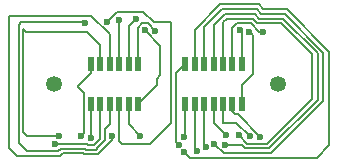
<source format=gbr>
%TF.GenerationSoftware,KiCad,Pcbnew,8.0.2-1*%
%TF.CreationDate,2024-06-17T16:24:44-04:00*%
%TF.ProjectId,InverterBoard,496e7665-7274-4657-9242-6f6172642e6b,rev?*%
%TF.SameCoordinates,Original*%
%TF.FileFunction,Copper,L1,Top*%
%TF.FilePolarity,Positive*%
%FSLAX46Y46*%
G04 Gerber Fmt 4.6, Leading zero omitted, Abs format (unit mm)*
G04 Created by KiCad (PCBNEW 8.0.2-1) date 2024-06-17 16:24:44*
%MOMM*%
%LPD*%
G01*
G04 APERTURE LIST*
%TA.AperFunction,SMDPad,CuDef*%
%ADD10R,0.500000X1.200000*%
%TD*%
%TA.AperFunction,ComponentPad*%
%ADD11C,1.348000*%
%TD*%
%TA.AperFunction,ViaPad*%
%ADD12C,0.600000*%
%TD*%
%TA.AperFunction,Conductor*%
%ADD13C,0.200000*%
%TD*%
G04 APERTURE END LIST*
D10*
%TO.P,REF\u002A\u002A1,01*%
%TO.N,net1*%
X123600000Y-71700000D03*
%TO.P,REF\u002A\u002A1,02*%
%TO.N,net2*%
X123600000Y-68300000D03*
%TO.P,REF\u002A\u002A1,03*%
%TO.N,net3*%
X124400000Y-71700000D03*
%TO.P,REF\u002A\u002A1,04*%
%TO.N,net4*%
X124400000Y-68300000D03*
%TO.P,REF\u002A\u002A1,05*%
%TO.N,net5*%
X125200000Y-71700000D03*
%TO.P,REF\u002A\u002A1,06*%
%TO.N,net6*%
X125200000Y-68300000D03*
%TO.P,REF\u002A\u002A1,07*%
%TO.N,net7*%
X126000000Y-71700000D03*
%TO.P,REF\u002A\u002A1,08*%
%TO.N,net8*%
X126000000Y-68300000D03*
%TO.P,REF\u002A\u002A1,09*%
%TO.N,net9*%
X126800000Y-71700000D03*
%TO.P,REF\u002A\u002A1,10*%
%TO.N,net10*%
X126800000Y-68300000D03*
%TO.P,REF\u002A\u002A1,11*%
%TO.N,net11*%
X127600000Y-71700000D03*
%TO.P,REF\u002A\u002A1,12*%
%TO.N,net12*%
X127600000Y-68300000D03*
%TO.P,REF\u002A\u002A1,13*%
%TO.N,net13*%
X131600000Y-71700000D03*
%TO.P,REF\u002A\u002A1,14*%
%TO.N,net14*%
X131600000Y-68300000D03*
%TO.P,REF\u002A\u002A1,15*%
%TO.N,net15*%
X132400000Y-71700000D03*
%TO.P,REF\u002A\u002A1,16*%
%TO.N,net16*%
X132400000Y-68300000D03*
%TO.P,REF\u002A\u002A1,17*%
%TO.N,net17*%
X133200000Y-71700000D03*
%TO.P,REF\u002A\u002A1,18*%
%TO.N,net18*%
X133200000Y-68300000D03*
%TO.P,REF\u002A\u002A1,19*%
%TO.N,net19*%
X134000000Y-71700000D03*
%TO.P,REF\u002A\u002A1,20*%
%TO.N,net20*%
X134000000Y-68300000D03*
%TO.P,REF\u002A\u002A1,21*%
%TO.N,net21*%
X134800000Y-71700000D03*
%TO.P,REF\u002A\u002A1,22*%
%TO.N,net22*%
X134800000Y-68300000D03*
%TO.P,REF\u002A\u002A1,23*%
%TO.N,net23*%
X135600000Y-71700000D03*
%TO.P,REF\u002A\u002A1,24*%
%TO.N,net24*%
X135600000Y-68300000D03*
%TO.P,REF\u002A\u002A1,25*%
%TO.N,net25*%
X136400000Y-71700000D03*
%TO.P,REF\u002A\u002A1,26*%
%TO.N,net26*%
X136400000Y-68300000D03*
D11*
%TO.P,REF\u002A\u002A1,S1*%
%TO.N,N/C*%
X120505000Y-70000000D03*
%TO.P,REF\u002A\u002A1,S2*%
X139495000Y-70000000D03*
%TD*%
D12*
%TO.N,net1*%
X123600000Y-74600000D03*
%TO.N,net2*%
X122800000Y-74400000D03*
%TO.N,net4*%
X120900000Y-74400000D03*
%TO.N,net6*%
X125400000Y-74400000D03*
%TO.N,net8*%
X126000000Y-64600000D03*
%TO.N,net10*%
X127400000Y-64500000D03*
%TO.N,net12*%
X129072469Y-65523940D03*
%TO.N,net3*%
X120584864Y-75135318D03*
%TO.N,net5*%
X123124265Y-64875735D03*
%TO.N,net7*%
X125007107Y-64792893D03*
%TO.N,net11*%
X128200000Y-65500000D03*
%TO.N,net9*%
X127800000Y-74400000D03*
%TO.N,net13*%
X131500000Y-74500000D03*
%TO.N,net15*%
X132575949Y-75686795D03*
%TO.N,net17*%
X133325463Y-75407101D03*
%TO.N,net19*%
X135025735Y-74374265D03*
%TO.N,net21*%
X137084758Y-74469597D03*
%TO.N,net23*%
X137953590Y-74489899D03*
%TO.N,net25*%
X137000000Y-65600000D03*
%TO.N,net14*%
X131050000Y-75161437D03*
%TO.N,net16*%
X131525216Y-75805000D03*
%TO.N,net18*%
X134070760Y-75116349D03*
%TO.N,net20*%
X134985161Y-75175204D03*
%TO.N,net22*%
X136133316Y-74366684D03*
%TO.N,net24*%
X138200000Y-65600000D03*
%TO.N,net26*%
X136200000Y-65500000D03*
%TD*%
D13*
%TO.N,net1*%
X123600000Y-71700000D02*
X123600000Y-74600000D01*
%TO.N,net2*%
X123600000Y-69100000D02*
X123600000Y-68300000D01*
X123000000Y-74200000D02*
X123000000Y-70800000D01*
X122500000Y-70300000D02*
X122500000Y-70200000D01*
X123000000Y-70800000D02*
X122500000Y-70300000D01*
X122800000Y-74400000D02*
X123000000Y-74200000D01*
X122500000Y-70200000D02*
X123600000Y-69100000D01*
%TO.N,net4*%
X123300000Y-65600000D02*
X124400000Y-66700000D01*
X118200000Y-74400000D02*
X117900000Y-74100000D01*
X118100000Y-65600000D02*
X123300000Y-65600000D01*
X117900000Y-74100000D02*
X117900000Y-65400000D01*
X117900000Y-65400000D02*
X118100000Y-65600000D01*
X120900000Y-74400000D02*
X118200000Y-74400000D01*
X124400000Y-66700000D02*
X124400000Y-68300000D01*
%TO.N,net6*%
X125400000Y-74779900D02*
X124179900Y-76000000D01*
X120999079Y-76135318D02*
X117369632Y-76135318D01*
X123641420Y-64275735D02*
X125200000Y-65834315D01*
X116724265Y-64275735D02*
X123641420Y-64275735D01*
X116700000Y-64300000D02*
X116724265Y-64275735D01*
X124179900Y-76000000D02*
X123020100Y-76000000D01*
X117369632Y-76135318D02*
X116700000Y-75465686D01*
X116700000Y-75465686D02*
X116700000Y-64300000D01*
X122920100Y-75900000D02*
X121234397Y-75900000D01*
X125400000Y-74400000D02*
X125400000Y-74779900D01*
X121234397Y-75900000D02*
X120999079Y-76135318D01*
X123020100Y-76000000D02*
X122920100Y-75900000D01*
X125200000Y-65834315D02*
X125200000Y-68300000D01*
%TO.N,net8*%
X126000000Y-68300000D02*
X126000000Y-64600000D01*
%TO.N,net10*%
X126800000Y-65100000D02*
X126800000Y-68300000D01*
X127400000Y-64500000D02*
X126800000Y-65100000D01*
%TO.N,net12*%
X129072469Y-65523940D02*
X128448529Y-64900000D01*
X127600000Y-65251471D02*
X127600000Y-68300000D01*
X128448529Y-64900000D02*
X127951471Y-64900000D01*
X127951471Y-64900000D02*
X127600000Y-65251471D01*
%TO.N,net3*%
X123351471Y-75200000D02*
X123848529Y-75200000D01*
X120620182Y-75100000D02*
X123251471Y-75100000D01*
X120584864Y-75135318D02*
X120620182Y-75100000D01*
X123848529Y-75200000D02*
X124400000Y-74648529D01*
X124400000Y-74648529D02*
X124400000Y-71700000D01*
X123251471Y-75100000D02*
X123351471Y-75200000D01*
%TO.N,net5*%
X117700000Y-64800000D02*
X117500000Y-65000000D01*
X123185785Y-75600000D02*
X124014215Y-75600000D01*
X124800000Y-73800000D02*
X125200000Y-73400000D01*
X117500000Y-65000000D02*
X117500000Y-75000000D01*
X123085785Y-75500000D02*
X123185785Y-75600000D01*
X124248529Y-75365685D02*
X124800000Y-74814215D01*
X124800000Y-74814215D02*
X124800000Y-73800000D01*
X123048530Y-64800000D02*
X117700000Y-64800000D01*
X123124265Y-64875735D02*
X123048530Y-64800000D01*
X118235318Y-75735318D02*
X120833393Y-75735318D01*
X117500000Y-75000000D02*
X118235318Y-75735318D01*
X125200000Y-73400000D02*
X125200000Y-71700000D01*
X121068711Y-75500000D02*
X123085785Y-75500000D01*
X124014215Y-75600000D02*
X124248529Y-75365685D01*
X120833393Y-75735318D02*
X121068711Y-75500000D01*
%TO.N,net7*%
X130400000Y-64800000D02*
X130400000Y-73300000D01*
X128914215Y-64800000D02*
X130400000Y-64800000D01*
X126251471Y-75100000D02*
X126000000Y-74848529D01*
X125007107Y-64744364D02*
X125851471Y-63900000D01*
X130400000Y-73300000D02*
X128600000Y-75100000D01*
X128600000Y-75100000D02*
X126251471Y-75100000D01*
X126000000Y-74848529D02*
X126000000Y-71700000D01*
X125851471Y-63900000D02*
X128014215Y-63900000D01*
X128014215Y-63900000D02*
X128914215Y-64800000D01*
X125007107Y-64792893D02*
X125007107Y-64744364D01*
%TO.N,net11*%
X129200000Y-70100000D02*
X127600000Y-71700000D01*
X129200000Y-69600000D02*
X129200000Y-70100000D01*
X129500000Y-69300000D02*
X129200000Y-69600000D01*
X129500000Y-66800000D02*
X129500000Y-69300000D01*
X128200000Y-65500000D02*
X129500000Y-66800000D01*
%TO.N,net9*%
X126800000Y-73400000D02*
X126800000Y-71700000D01*
X127800000Y-74400000D02*
X126800000Y-73400000D01*
%TO.N,net13*%
X131600000Y-74400000D02*
X131600000Y-71700000D01*
X131500000Y-74500000D02*
X131600000Y-74400000D01*
%TO.N,net15*%
X132575949Y-75686795D02*
X132400000Y-75510846D01*
X132400000Y-75510846D02*
X132400000Y-71700000D01*
%TO.N,net17*%
X133325463Y-75407101D02*
X133200000Y-75281638D01*
X133200000Y-75281638D02*
X133200000Y-71700000D01*
%TO.N,net19*%
X135025735Y-74374265D02*
X134000000Y-73348530D01*
X134000000Y-73348530D02*
X134000000Y-71700000D01*
%TO.N,net21*%
X135915161Y-73300000D02*
X134800000Y-73300000D01*
X137084758Y-74469597D02*
X135915161Y-73300000D01*
X134800000Y-73300000D02*
X134800000Y-71700000D01*
%TO.N,net23*%
X135850000Y-72600000D02*
X135600000Y-72350000D01*
X135600000Y-72350000D02*
X135600000Y-71700000D01*
X137953590Y-74489899D02*
X136063691Y-72600000D01*
X136063691Y-72600000D02*
X135850000Y-72600000D01*
%TO.N,net25*%
X137300000Y-69207000D02*
X136400000Y-70107000D01*
X136400000Y-70107000D02*
X136400000Y-71700000D01*
X137000000Y-65600000D02*
X137300000Y-65900000D01*
X137300000Y-65900000D02*
X137300000Y-69207000D01*
%TO.N,net14*%
X131050000Y-75161437D02*
X130800000Y-74911437D01*
X130800000Y-74911437D02*
X130800000Y-69100000D01*
X130800000Y-69100000D02*
X131600000Y-68300000D01*
%TO.N,net16*%
X137811273Y-63300000D02*
X134534314Y-63300000D01*
X140197058Y-63700000D02*
X138211273Y-63700000D01*
X132010115Y-76289899D02*
X142721455Y-76289899D01*
X143800000Y-67302942D02*
X140197058Y-63700000D01*
X134534314Y-63300000D02*
X132400000Y-65434314D01*
X142721455Y-76289899D02*
X143800000Y-75211354D01*
X132400000Y-65434314D02*
X132400000Y-68300000D01*
X143800000Y-75211354D02*
X143800000Y-67302942D01*
X138211273Y-63700000D02*
X137811273Y-63300000D01*
X131525216Y-75805000D02*
X132010115Y-76289899D01*
%TO.N,net18*%
X134070760Y-75116349D02*
X134844310Y-75889899D01*
X133200000Y-65200000D02*
X133200000Y-68300000D01*
X137645587Y-63700000D02*
X134700000Y-63700000D01*
X143300000Y-67368628D02*
X140031372Y-64100000D01*
X138045587Y-64100000D02*
X137645587Y-63700000D01*
X138879473Y-75889899D02*
X143300000Y-71469372D01*
X140031372Y-64100000D02*
X138045587Y-64100000D01*
X134700000Y-63700000D02*
X133200000Y-65200000D01*
X134844310Y-75889899D02*
X138879473Y-75889899D01*
X143300000Y-71469372D02*
X143300000Y-67368628D01*
%TO.N,net20*%
X138713787Y-75489899D02*
X142800000Y-71403686D01*
X134985161Y-75175204D02*
X136376150Y-75175204D01*
X136690845Y-75489899D02*
X138713787Y-75489899D01*
X137879901Y-64500000D02*
X137479901Y-64100000D01*
X136376150Y-75175204D02*
X136690845Y-75489899D01*
X134000000Y-65034314D02*
X134000000Y-68300000D01*
X134934314Y-64100000D02*
X134000000Y-65034314D01*
X142800000Y-67434314D02*
X139865686Y-64500000D01*
X142800000Y-71403686D02*
X142800000Y-67434314D01*
X139865686Y-64500000D02*
X137879901Y-64500000D01*
X137479901Y-64100000D02*
X134934314Y-64100000D01*
%TO.N,net22*%
X137714215Y-64900000D02*
X137314215Y-64500000D01*
X139700000Y-64900000D02*
X137714215Y-64900000D01*
X135100000Y-64500000D02*
X134800000Y-64800000D01*
X136133316Y-74366684D02*
X136856531Y-75089899D01*
X134800000Y-64800000D02*
X134800000Y-68300000D01*
X137314215Y-64500000D02*
X135100000Y-64500000D01*
X142300000Y-67500000D02*
X139700000Y-64900000D01*
X138548101Y-75089899D02*
X142300000Y-71338000D01*
X136856531Y-75089899D02*
X138548101Y-75089899D01*
X142300000Y-71338000D02*
X142300000Y-67500000D01*
%TO.N,net24*%
X137148529Y-64900000D02*
X135951471Y-64900000D01*
X137848529Y-65600000D02*
X137148529Y-64900000D01*
X138200000Y-65600000D02*
X137848529Y-65600000D01*
X135600000Y-65251471D02*
X135600000Y-68300000D01*
X135951471Y-64900000D02*
X135600000Y-65251471D01*
%TO.N,net26*%
X136400000Y-65700000D02*
X136400000Y-68300000D01*
X136200000Y-65500000D02*
X136400000Y-65700000D01*
%TD*%
M02*

</source>
